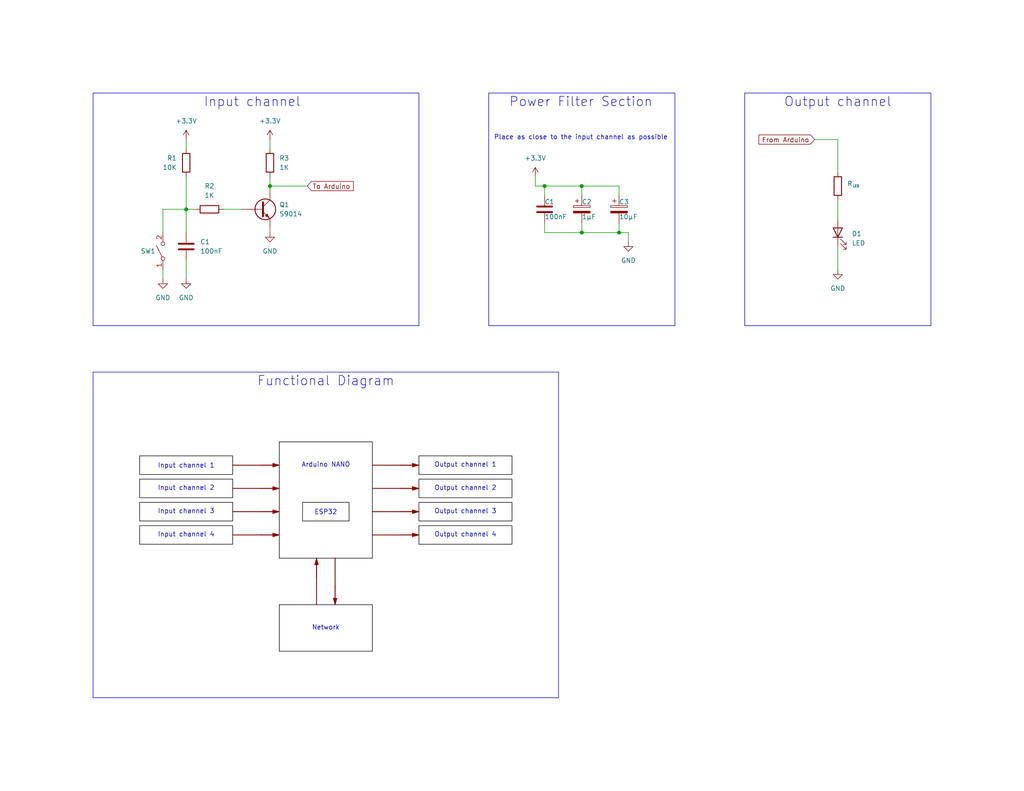
<source format=kicad_sch>
(kicad_sch (version 20250114) (generator "eeschema") (generator_version "9.0")
  (paper "USLetter")
  (title_block (title "Communication Test Board") (date "2025-09-02") (rev "0"))
  (lib_symbols
    (symbol "Device:C" (pin_numbers (hide yes)) (pin_names (offset 0.254))
      (property "Reference" "C" (at 0.635 2.54 0))
      (property "Value" "C" (at 0.635 -2.54 0))
      (symbol "C_0_1"
        (polyline (pts (xy -2.032 0.762) (xy 2.032 0.762)) (stroke (width 0.508)))
        (polyline (pts (xy -2.032 -0.762) (xy 2.032 -0.762)) (stroke (width 0.508)))
      )
      (symbol "C_1_1"
        (pin passive line (at 0 3.81 270) (length 2.794) (name "~") (number "1"))
        (pin passive line (at 0 -3.81 90) (length 2.794) (name "~") (number "2"))
      )
    )
    (symbol "Device:C_Polarized" (pin_numbers (hide yes)) (pin_names (offset 0.254))
      (property "Reference" "C" (at 0.635 2.54 0))
      (property "Value" "C_Polarized" (at 0.635 -2.54 0))
      (symbol "C_Polarized_0_1"
        (rectangle (start -2.286 0.508) (end 2.286 1.016))
        (polyline (pts (xy -1.778 2.286) (xy -0.762 2.286)))
        (polyline (pts (xy -1.27 2.794) (xy -1.27 1.778)))
        (rectangle (start 2.286 -0.508) (end -2.286 -1.016) (fill (type outline)))
      )
      (symbol "C_Polarized_1_1"
        (pin passive line (at 0 3.81 270) (length 2.794) (name "~") (number "1"))
        (pin passive line (at 0 -3.81 90) (length 2.794) (name "~") (number "2"))
      )
    )
    (symbol "Device:LED" (pin_numbers (hide yes)) (pin_names (offset 1.016) (hide yes))
      (property "Reference" "D" (at 0 2.54 0))
      (property "Value" "LED" (at 0 -2.54 0))
      (symbol "LED_0_1"
        (polyline (pts (xy -3.048 -0.762) (xy -4.572 -2.286) (xy -3.81 -2.286) (xy -4.572 -2.286) (xy -4.572 -1.524)))
        (polyline (pts (xy -1.778 -0.762) (xy -3.302 -2.286) (xy -2.54 -2.286) (xy -3.302 -2.286) (xy -3.302 -1.524)))
        (polyline (pts (xy -1.27 0) (xy 1.27 0)))
        (polyline (pts (xy -1.27 -1.27) (xy -1.27 1.27)) (stroke (width 0.254)))
        (polyline (pts (xy 1.27 -1.27) (xy 1.27 1.27) (xy -1.27 0) (xy 1.27 -1.27)) (stroke (width 0.254)))
      )
      (symbol "LED_1_1"
        (pin passive line (at -3.81 0 0) (length 2.54) (name "K") (number "1"))
        (pin passive line (at 3.81 0 180) (length 2.54) (name "A") (number "2"))
      )
    )
    (symbol "Device:Q_NPN" (pin_numbers (hide yes)) (pin_names (offset 0) (hide yes))
      (property "Reference" "Q" (at 5.08 1.27 0))
      (property "Value" "Q_NPN" (at 5.08 -1.27 0))
      (symbol "Q_NPN_0_1"
        (polyline (pts (xy -2.54 0) (xy 0.635 0)))
        (polyline (pts (xy 0.635 1.905) (xy 0.635 -1.905)) (stroke (width 0.508)))
        (polyline (pts (xy 0.635 0.635) (xy 2.54 2.54)))
        (polyline (pts (xy 0.635 -0.635) (xy 2.54 -2.54)))
        (circle (center 1.27 0) (radius 2.8194) (stroke (width 0.254)))
        (polyline (pts (xy 1.27 -1.778) (xy 1.778 -1.27) (xy 2.286 -2.286) (xy 1.27 -1.778)) (fill (type outline)))
      )
      (symbol "Q_NPN_1_1"
        (pin input line (at -5.08 0 0) (length 2.54) (name "B") (number "B"))
        (pin passive line (at 2.54 5.08 270) (length 2.54) (name "C") (number "C"))
        (pin passive line (at 2.54 -5.08 90) (length 2.54) (name "E") (number "E"))
      )
    )
    (symbol "Device:R" (pin_numbers (hide yes)) (pin_names (offset 0))
      (property "Reference" "R" (at 2.032 0 90))
      (property "Value" "R" (at 0 0 90))
      (symbol "R_0_1"
        (rectangle (start -1.016 -2.54) (end 1.016 2.54) (stroke (width 0.254)))
      )
      (symbol "R_1_1"
        (pin passive line (at 0 3.81 270) (length 1.27) (name "~") (number "1"))
        (pin passive line (at 0 -3.81 90) (length 1.27) (name "~") (number "2"))
      )
    )
    (symbol "Graphic:SYM_Arrow_Normal" (in_bom no) (on_board no)
      (symbol "SYM_Arrow_Normal_0_1"
        (polyline (pts (xy 1.524 0) (xy -2.54 0)) (stroke (width 0.254)))
        (polyline (pts (xy 2.54 0) (xy 0.762 -0.508) (xy 0.762 0.508) (xy 2.54 0)) (fill (type outline)))
      )
    )
    (symbol "Switch:SW_SPST" (pin_names (offset 0) (hide yes))
      (property "Reference" "SW" (at 0 3.175 0))
      (property "Value" "SW_SPST" (at 0 -2.54 0))
      (symbol "SW_SPST_0_0"
        (circle (center -2.032 0) (radius 0.508))
        (polyline (pts (xy -1.524 0.254) (xy 1.524 1.778)))
        (circle (center 2.032 0) (radius 0.508))
      )
      (symbol "SW_SPST_1_1"
        (pin passive line (at -5.08 0 0) (length 2.54) (name "A") (number "1"))
        (pin passive line (at 5.08 0 180) (length 2.54) (name "B") (number "2"))
      )
    )
    (symbol "power:+3.3V" (power) (pin_numbers (hide yes)) (pin_names (offset 0) (hide yes))
      (property "Value" "+3.3V" (at 0 3.556 0))
      (symbol "+3.3V_0_1"
        (polyline (pts (xy -0.762 1.27) (xy 0 2.54)))
        (polyline (pts (xy 0 2.54) (xy 0.762 1.27)))
        (polyline (pts (xy 0 0) (xy 0 2.54)))
      )
      (symbol "+3.3V_1_1"
        (pin power_in line (at 0 0 90) (length 0) (name "~") (number "1"))
      )
    )
    (symbol "power:GND" (power) (pin_numbers (hide yes)) (pin_names (offset 0) (hide yes))
      (property "Value" "GND" (at 0 -3.81 0))
      (symbol "GND_0_1"
        (polyline (pts (xy 0 0) (xy 0 -1.27) (xy 1.27 -1.27) (xy 0 -2.54) (xy -1.27 -1.27) (xy 0 -1.27)))
      )
      (symbol "GND_1_1"
        (pin power_in line (at 0 0 270) (length 0) (name "~") (number "1"))
      )
    )
  )
  (rectangle (start 38.1 130.81) (end 63.5 135.89) (stroke (width 0) (color 0 0 0 1)))
  (rectangle (start 203.2 25.4) (end 254 88.9))
  (rectangle (start 76.2 165.1) (end 101.6 177.8) (stroke (width 0) (color 0 0 0 1)))
  (rectangle (start 114.3 130.81) (end 139.7 135.89) (stroke (width 0) (color 0 0 0 1)))
  (rectangle (start 114.3 137.16) (end 139.7 142.24) (stroke (width 0) (color 0 0 0 1)))
  (rectangle (start 114.3 124.46) (end 139.7 129.54) (stroke (width 0) (color 0 0 0 1)))
  (rectangle (start 38.1 137.16) (end 63.5 142.24) (stroke (width 0) (color 0 0 0 1)))
  (rectangle (start 133.35 25.4) (end 184.15 88.9))
  (rectangle (start 38.1 143.51) (end 63.5 148.59) (stroke (width 0) (color 0 0 0 1)))
  (rectangle (start 76.2 120.65) (end 101.6 152.4) (stroke (width 0) (color 0 0 0 1)))
  (rectangle (start 82.55 137.16) (end 95.25 142.24) (stroke (width 0) (color 0 0 0 1)))
  (rectangle (start 25.4 101.6) (end 152.4 190.5))
  (rectangle (start 114.3 143.51) (end 139.7 148.59) (stroke (width 0) (color 0 0 0 1)))
  (rectangle (start 38.1 124.46) (end 63.5 129.54) (stroke (width 0) (color 0 0 0 1)))
  (rectangle (start 25.4 25.4) (end 114.3 88.9))
  (text "Output channel 3" (at 127 139.7 0) (effects (font (size 1.27 1.27))))
  (text "Output channel 4" (at 127 146.05 0) (effects (font (size 1.27 1.27))))
  (text "Network" (at 88.9 171.45 0) (effects (font (size 1.27 1.27))))
  (text "Output channel 1" (at 127 127 0) (effects (font (size 1.27 1.27))))
  (text "Power Filter Section" (at 158.496 27.94 0) (effects (font (size 2.54 2.54))))
  (text "ESP32" (at 88.9 139.954 0) (effects (font (size 1.27 1.27))))
  (text "Input channel 1" (at 50.8 127.254 0) (effects (font (size 1.27 1.27))))
  (text "Input channel 3" (at 50.8 139.7 0) (effects (font (size 1.27 1.27))))
  (text "Output channel" (at 228.6 27.94 0) (effects (font (size 2.54 2.54))))
  (text "Output channel 2" (at 127 133.35 0) (effects (font (size 1.27 1.27))))
  (text "Place as close to the input channel as possible" (at 158.496 37.592 0) (effects (font (size 1.27 1.27))))
  (text "Functional Diagram" (at 88.9 104.14 0) (effects (font (size 2.54 2.54))))
  (text "Arduino NANO\n" (at 88.9 127 0) (effects (font (size 1.27 1.27))))
  (text "Input channel 2" (at 50.8 133.35 0) (effects (font (size 1.27 1.27))))
  (text "Input channel" (at 68.834 27.94 0) (effects (font (size 2.54 2.54))))
  (text "Input channel 4" (at 50.8 146.05 0) (effects (font (size 1.27 1.27))))
  (junction (at 148.59 50.8))
  (junction (at 158.75 63.5))
  (junction (at 50.8 57.15))
  (junction (at 158.75 50.8))
  (junction (at 73.66 50.8))
  (junction (at 168.91 63.5))
  (wire (pts (xy 53.34 57.15) (xy 50.8 57.15)))
  (polyline (pts (xy 63.5 127) (xy 71.12 127)) (stroke (width 0.2286) (type solid) (color 132 0 0 1)))
  (wire (pts (xy 50.8 48.26) (xy 50.8 57.15)))
  (wire (pts (xy 168.91 50.8) (xy 168.91 53.34)))
  (polyline (pts (xy 101.6 133.35) (xy 109.22 133.35)) (stroke (width 0.2286) (type solid) (color 132 0 0 1)))
  (wire (pts (xy 73.66 50.8) (xy 73.66 52.07)))
  (wire (pts (xy 222.25 38.1) (xy 228.6 38.1)))
  (wire (pts (xy 44.45 73.66) (xy 44.45 76.2)))
  (wire (pts (xy 146.05 50.8) (xy 148.59 50.8)))
  (wire (pts (xy 60.96 57.15) (xy 66.04 57.15)))
  (wire (pts (xy 73.66 38.1) (xy 73.66 40.64)))
  (polyline (pts (xy 101.6 139.7) (xy 109.22 139.7)) (stroke (width 0.2286) (type solid) (color 132 0 0 1)))
  (polyline (pts (xy 63.5 139.7) (xy 71.12 139.7)) (stroke (width 0.2286) (type solid) (color 132 0 0 1)))
  (wire (pts (xy 44.45 57.15) (xy 44.45 63.5)))
  (wire (pts (xy 158.75 50.8) (xy 168.91 50.8)))
  (wire (pts (xy 158.75 50.8) (xy 158.75 53.34)))
  (wire (pts (xy 73.66 62.23) (xy 73.66 63.5)))
  (wire (pts (xy 228.6 67.31) (xy 228.6 73.66)))
  (wire (pts (xy 50.8 57.15) (xy 50.8 63.5)))
  (wire (pts (xy 146.05 48.26) (xy 146.05 50.8)))
  (wire (pts (xy 50.8 57.15) (xy 44.45 57.15)))
  (polyline (pts (xy 63.5 133.35) (xy 71.12 133.35)) (stroke (width 0.2286) (type solid) (color 132 0 0 1)))
  (polyline (pts (xy 63.5 146.05) (xy 71.12 146.05)) (stroke (width 0.2286) (type solid) (color 132 0 0 1)))
  (polyline (pts (xy 101.6 146.05) (xy 109.22 146.05)) (stroke (width 0.2286) (type solid) (color 132 0 0 1)))
  (wire (pts (xy 148.59 60.96) (xy 148.59 63.5)))
  (polyline (pts (xy 101.6 127) (xy 109.22 127)) (stroke (width 0.2286) (type solid) (color 132 0 0 1)))
  (wire (pts (xy 228.6 46.99) (xy 228.6 38.1)))
  (wire (pts (xy 168.91 63.5) (xy 171.45 63.5)))
  (wire (pts (xy 168.91 60.96) (xy 168.91 63.5)))
  (wire (pts (xy 50.8 71.12) (xy 50.8 76.2)))
  (wire (pts (xy 73.66 50.8) (xy 83.82 50.8)))
  (polyline (pts (xy 91.44 152.4) (xy 91.44 160.02)) (stroke (width 0.2286) (type solid) (color 132 0 0 1)))
  (wire (pts (xy 171.45 63.5) (xy 171.45 66.04)))
  (wire (pts (xy 148.59 50.8) (xy 158.75 50.8)))
  (wire (pts (xy 148.59 50.8) (xy 148.59 53.34)))
  (wire (pts (xy 228.6 54.61) (xy 228.6 59.69)))
  (wire (pts (xy 158.75 63.5) (xy 168.91 63.5)))
  (wire (pts (xy 50.8 38.1) (xy 50.8 40.64)))
  (wire (pts (xy 148.59 63.5) (xy 158.75 63.5)))
  (polyline (pts (xy 86.36 157.48) (xy 86.36 165.1)) (stroke (width 0.2286) (type solid) (color 132 0 0 1)))
  (wire (pts (xy 158.75 60.96) (xy 158.75 63.5)))
  (wire (pts (xy 73.66 48.26) (xy 73.66 50.8)))
  (global_label "To Arduino" (shape input) (at 83.82 50.8 0) (property "Intersheetrefs" "${INTERSHEET_REFS}" (effects (hide yes))))
  (global_label "From Arduino" (shape input) (at 222.25 38.1 180) (property "Intersheetrefs" "${INTERSHEET_REFS}" (effects (hide yes))))
  (symbol (lib_id "power:GND") (at 228.6 73.66 0) (unit 1)
    (property "Reference" "#PWR08" (effects (hide yes)))
    (property "Value" "GND" (at 228.6 78.74 0))
    (property "Description" "Power symbol creates a global label with name \"GND\" , ground" (effects (hide yes)))
  )
  (symbol (lib_id "Graphic:SYM_Arrow_Normal") (at 91.44 162.56 270) (unit 1) (in_bom no) (on_board no)
    (property "Reference" "#SYM10" (effects (hide yes)))
    (property "Value" "SYM_Arrow_Normal" (effects (hide yes)))
    (property "Description" "Filled arrow, 200mil" (effects (hide yes)))
    (property "Sim.Enable" "0" (effects (hide yes)))
  )
  (symbol (lib_id "Device:LED") (at 228.6 63.5 90) (unit 1)
    (property "Reference" "D1" (at 232.41 63.8174 90) (effects (justify right)))
    (property "Value" "LED" (at 232.41 66.3574 90) (effects (justify right)))
    (property "Description" "Light emitting diode" (effects (hide yes)))
    (property "Sim.Pins" "1=K 2=A" (effects (hide yes)))
  )
  (symbol (lib_id "Device:C_Polarized") (at 168.91 57.15 0) (unit 1)
    (property "Reference" "C3" (at 168.91 55.118 0) (effects (justify left)))
    (property "Value" "10μF" (at 168.91 59.182 0) (effects (justify left)))
    (property "Description" "Polarized capacitor" (effects (hide yes)))
  )
  (symbol (lib_id "Device:R") (at 228.6 50.8 0) (unit 1)
    (property "Reference" "R" (at 231.14 50.1649 0) (effects (justify left)))
    (property "Value" "LED" (at 232.664 50.8 0) (effects (font (size 0.635 0.635)) (justify left)))
    (property "Description" "Resistor" (effects (hide yes)))
  )
  (symbol (lib_id "power:+3.3V") (at 73.66 38.1 0) (unit 1)
    (property "Reference" "#PWR02" (effects (hide yes)))
    (property "Value" "+3.3V" (at 73.66 33.02 0))
    (property "Description" "Power symbol creates a global label with name \"+3.3V\"" (effects (hide yes)))
  )
  (symbol (lib_id "Device:C_Polarized") (at 158.75 57.15 0) (unit 1)
    (property "Reference" "C2" (at 158.75 55.118 0) (effects (justify left)))
    (property "Value" "1μF" (at 158.75 59.182 0) (effects (justify left)))
    (property "Description" "Polarized capacitor" (effects (hide yes)))
  )
  (symbol (lib_id "power:GND") (at 171.45 66.04 0) (unit 1)
    (property "Reference" "#PWR07" (effects (hide yes)))
    (property "Value" "GND" (at 171.45 71.12 0))
    (property "Description" "Power symbol creates a global label with name \"GND\" , ground" (effects (hide yes)))
  )
  (symbol (lib_id "power:GND") (at 44.45 76.2 0) (unit 1)
    (property "Reference" "#PWR03" (effects (hide yes)))
    (property "Value" "GND" (at 44.45 81.28 0))
    (property "Description" "Power symbol creates a global label with name \"GND\" , ground" (effects (hide yes)))
  )
  (symbol (lib_id "Device:R") (at 57.15 57.15 90) (unit 1)
    (property "Reference" "R2" (at 57.15 50.8 90))
    (property "Value" "1K" (at 57.15 53.34 90))
    (property "Description" "Resistor" (effects (hide yes)))
  )
  (symbol (lib_id "Graphic:SYM_Arrow_Normal") (at 73.66 146.05 0) (unit 1) (in_bom no) (on_board no)
    (property "Reference" "#SYM4" (effects (hide yes)))
    (property "Value" "SYM_Arrow_Normal" (effects (hide yes)))
    (property "Description" "Filled arrow, 200mil" (effects (hide yes)))
    (property "Sim.Enable" "0" (effects (hide yes)))
  )
  (symbol (lib_id "Graphic:SYM_Arrow_Normal") (at 111.76 146.05 0) (unit 1) (in_bom no) (on_board no)
    (property "Reference" "#SYM8" (effects (hide yes)))
    (property "Value" "SYM_Arrow_Normal" (effects (hide yes)))
    (property "Description" "Filled arrow, 200mil" (effects (hide yes)))
    (property "Sim.Enable" "0" (effects (hide yes)))
  )
  (symbol (lib_id "Graphic:SYM_Arrow_Normal") (at 111.76 127 0) (unit 1) (in_bom no) (on_board no)
    (property "Reference" "#SYM5" (effects (hide yes)))
    (property "Value" "SYM_Arrow_Normal" (effects (hide yes)))
    (property "Description" "Filled arrow, 200mil" (effects (hide yes)))
    (property "Sim.Enable" "0" (effects (hide yes)))
  )
  (symbol (lib_id "Graphic:SYM_Arrow_Normal") (at 111.76 139.7 0) (unit 1) (in_bom no) (on_board no)
    (property "Reference" "#SYM7" (effects (hide yes)))
    (property "Value" "SYM_Arrow_Normal" (effects (hide yes)))
    (property "Description" "Filled arrow, 200mil" (effects (hide yes)))
    (property "Sim.Enable" "0" (effects (hide yes)))
  )
  (symbol (lib_id "power:+3.3V") (at 50.8 38.1 0) (unit 1)
    (property "Reference" "#PWR01" (effects (hide yes)))
    (property "Value" "+3.3V" (at 50.8 33.02 0))
    (property "Description" "Power symbol creates a global label with name \"+3.3V\"" (effects (hide yes)))
  )
  (symbol (lib_id "power:+3.3V") (at 146.05 48.26 0) (unit 1)
    (property "Reference" "#PWR06" (effects (hide yes)))
    (property "Value" "+3.3V" (at 146.05 43.18 0))
    (property "Description" "Power symbol creates a global label with name \"+3.3V\"" (effects (hide yes)))
  )
  (symbol (lib_id "Graphic:SYM_Arrow_Normal") (at 73.66 127 0) (unit 1) (in_bom no) (on_board no)
    (property "Reference" "#SYM1" (effects (hide yes)))
    (property "Value" "SYM_Arrow_Normal" (effects (hide yes)))
    (property "Description" "Filled arrow, 200mil" (effects (hide yes)))
    (property "Sim.Enable" "0" (effects (hide yes)))
  )
  (symbol (lib_id "Device:Q_NPN") (at 71.12 57.15 0) (unit 1)
    (property "Reference" "Q1" (at 76.2 55.8799 0) (effects (justify left)))
    (property "Value" "S9014" (at 76.2 58.4199 0) (effects (justify left)))
    (property "Description" "NPN bipolar junction transistor" (effects (hide yes)))
  )
  (symbol (lib_id "Graphic:SYM_Arrow_Normal") (at 111.76 133.35 0) (unit 1) (in_bom no) (on_board no)
    (property "Reference" "#SYM6" (effects (hide yes)))
    (property "Value" "SYM_Arrow_Normal" (effects (hide yes)))
    (property "Description" "Filled arrow, 200mil" (effects (hide yes)))
    (property "Sim.Enable" "0" (effects (hide yes)))
  )
  (symbol (lib_id "Device:R") (at 50.8 44.45 0) (mirror y) (unit 1)
    (property "Reference" "R1" (at 48.26 43.1799 0) (effects (justify left)))
    (property "Value" "10K" (at 48.26 45.7199 0) (effects (justify left)))
    (property "Description" "Resistor" (effects (hide yes)))
  )
  (symbol (lib_id "Graphic:SYM_Arrow_Normal") (at 73.66 133.35 0) (unit 1) (in_bom no) (on_board no)
    (property "Reference" "#SYM2" (effects (hide yes)))
    (property "Value" "SYM_Arrow_Normal" (effects (hide yes)))
    (property "Description" "Filled arrow, 200mil" (effects (hide yes)))
    (property "Sim.Enable" "0" (effects (hide yes)))
  )
  (symbol (lib_id "Graphic:SYM_Arrow_Normal") (at 86.36 154.94 90) (unit 1) (in_bom no) (on_board no)
    (property "Reference" "#SYM9" (effects (hide yes)))
    (property "Value" "SYM_Arrow_Normal" (effects (hide yes)))
    (property "Description" "Filled arrow, 200mil" (effects (hide yes)))
    (property "Sim.Enable" "0" (effects (hide yes)))
  )
  (symbol (lib_id "Device:C") (at 50.8 67.31 0) (unit 1)
    (property "Reference" "C1" (at 54.61 66.0399 0) (effects (justify left)))
    (property "Value" "100nF" (at 54.61 68.5799 0) (effects (justify left)))
    (property "Description" "Unpolarized capacitor" (effects (hide yes)))
  )
  (symbol (lib_id "Graphic:SYM_Arrow_Normal") (at 73.66 139.7 0) (unit 1) (in_bom no) (on_board no)
    (property "Reference" "#SYM3" (effects (hide yes)))
    (property "Value" "SYM_Arrow_Normal" (effects (hide yes)))
    (property "Description" "Filled arrow, 200mil" (effects (hide yes)))
    (property "Sim.Enable" "0" (effects (hide yes)))
  )
  (symbol (lib_id "power:GND") (at 73.66 63.5 0) (unit 1)
    (property "Reference" "#PWR05" (effects (hide yes)))
    (property "Value" "GND" (at 73.66 68.58 0))
    (property "Description" "Power symbol creates a global label with name \"GND\" , ground" (effects (hide yes)))
  )
  (symbol (lib_id "Device:R") (at 73.66 44.45 180) (unit 1)
    (property "Reference" "R3" (at 76.2 43.1799 0) (effects (justify right)))
    (property "Value" "1K" (at 76.2 45.7199 0) (effects (justify right)))
    (property "Description" "Resistor" (effects (hide yes)))
  )
  (symbol (lib_id "Device:C") (at 148.59 57.15 0) (unit 1)
    (property "Reference" "C1" (at 148.59 55.118 0) (effects (justify left)))
    (property "Value" "100nF" (at 148.59 59.182 0) (effects (justify left)))
    (property "Description" "Unpolarized capacitor" (effects (hide yes)))
  )
  (symbol (lib_id "Switch:SW_SPST") (at 44.45 68.58 90) (unit 1)
    (property "Reference" "SW1" (at 38.354 68.58 90) (effects (justify right)))
    (property "Value" "SW_SPST" (effects (hide yes)))
    (property "Description" "Single Pole Single Throw (SPST) switch" (effects (hide yes)))
  )
  (symbol (lib_id "power:GND") (at 50.8 76.2 0) (unit 1)
    (property "Reference" "#PWR04" (effects (hide yes)))
    (property "Value" "GND" (at 50.8 81.28 0))
    (property "Description" "Power symbol creates a global label with name \"GND\" , ground" (effects (hide yes)))
  )
)
</source>
